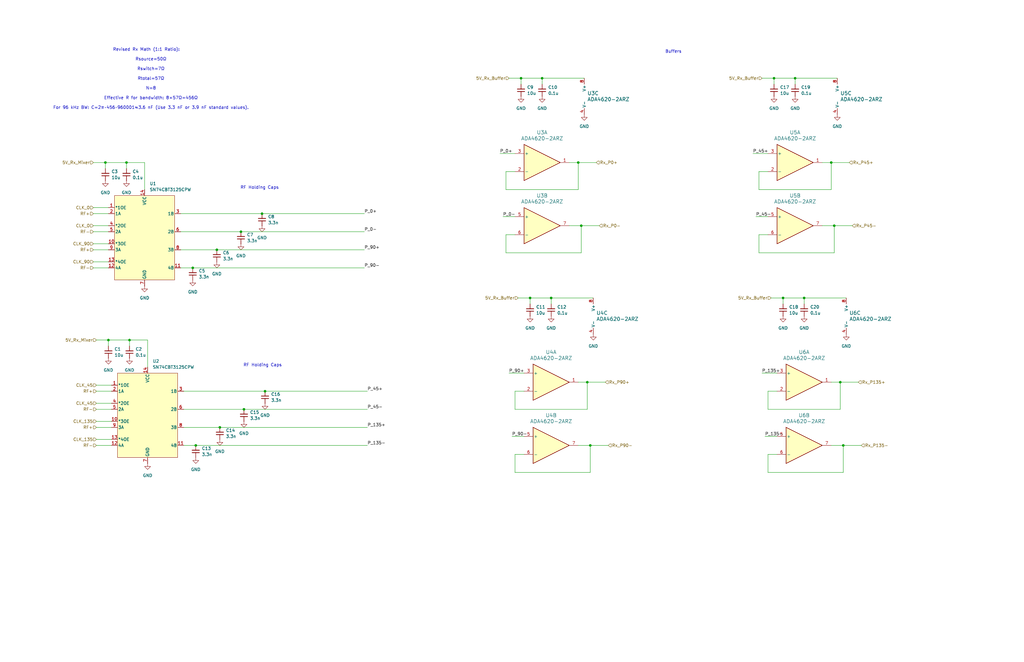
<source format=kicad_sch>
(kicad_sch (version 20250114) (generator "eeschema") (generator_version "9.0")
  (paper "B")
  (title_block (title "Rx Mixers") (date "2025-12-31") (rev "0.0") (company "Andy McCann KA3KAF and Doug McCann KA3KAG"))
  (lib_symbols
    (symbol "Device:C_Small" (pin_numbers (hide yes)) (pin_names (offset 0.254) (hide yes))
      (property "Reference" "C" (at 0.254 1.778 0))
      (property "Value" "C_Small" (at 0.254 -2.032 0))
      (symbol "C_Small_0_1"
        (polyline (pts (xy -1.524 0.508) (xy 1.524 0.508)) (stroke (width 0.3048)))
        (polyline (pts (xy -1.524 -0.508) (xy 1.524 -0.508)) (stroke (width 0.3302)))
      )
      (symbol "C_Small_1_1"
        (pin passive line (at 0 2.54 270) (length 2.032) (name "~") (number "1"))
        (pin passive line (at 0 -2.54 90) (length 2.032) (name "~") (number "2"))
      )
    )
    (symbol "nzif_radio_symbol_library:ADA4620-2ARZ" (pin_names (offset 0.254))
      (property "Reference" "U" (at 20.32 10.16 0))
      (property "Value" "ADA4620-2ARZ" (at 20.32 7.62 0))
      (symbol "ADA4620-2ARZ_1_1"
        (polyline (pts (xy -7.62 7.62) (xy -7.62 -7.62) (xy 7.62 0) (xy -7.62 7.62)) (stroke (width 0.254)) (fill (type background)))
        (pin input line (at -11.43 3.81 0) (length 3.81) (name "+") (number "3"))
        (pin input line (at -11.43 -3.81 0) (length 3.81) (name "-") (number "2"))
        (pin output line (at 11.43 0 180) (length 3.81) (name "~") (number "1"))
      )
      (symbol "ADA4620-2ARZ_2_1"
        (polyline (pts (xy -7.62 7.62) (xy -7.62 -7.62) (xy 7.62 0) (xy -7.62 7.62)) (stroke (width 0.254)) (fill (type background)))
        (pin input line (at -11.43 3.81 0) (length 3.81) (name "+") (number "5"))
        (pin input line (at -11.43 -3.81 0) (length 3.81) (name "-") (number "6"))
        (pin output line (at 11.43 0 180) (length 3.81) (name "~") (number "7"))
      )
      (symbol "ADA4620-2ARZ_3_1"
        (pin power_in line (at 0 7.62 270) (length 2.54) (name "V+") (number "8"))
        (pin power_in line (at 0 -7.62 90) (length 2.54) (name "V-") (number "4"))
      )
    )
    (symbol "nzif_radio_symbol_library:SN74CBT3125CPW" (pin_names (offset 0.254))
      (property "Reference" "U" (at 0 25.78 0))
      (property "Value" "SN74CBT3125CPW" (at 0 -22.86 0))
      (symbol "SN74CBT3125CPW_0_1"
        (rectangle (start -12.7 17.78) (end 12.7 -17.78) (fill (type background)))
        (pin input line (at -15.24 12.7 0) (length 2.54) (name "*1OE") (number "1"))
        (pin input line (at -15.24 5.08 0) (length 2.54) (name "*2OE") (number "4"))
        (pin input line (at -15.24 -2.54 0) (length 2.54) (name "*3OE") (number "10"))
        (pin input line (at -15.24 -10.16 0) (length 2.54) (name "*4OE") (number "13"))
        (pin power_in line (at 0 20.32 270) (length 2.54) (name "VCC") (number "14"))
        (pin power_in line (at 0 -20.32 90) (length 2.54) (name "GND") (number "7"))
      )
      (symbol "SN74CBT3125CPW_1_1"
        (pin bidirectional line (at -15.24 10.16 0) (length 2.54) (name "1A") (number "2"))
        (pin bidirectional line (at -15.24 2.54 0) (length 2.54) (name "2A") (number "5"))
        (pin bidirectional line (at -15.24 -5.08 0) (length 2.54) (name "3A") (number "9"))
        (pin bidirectional line (at -15.24 -12.7 0) (length 2.54) (name "4A") (number "12"))
        (pin bidirectional line (at 15.24 10.16 180) (length 2.54) (name "1B") (number "3"))
        (pin bidirectional line (at 15.24 2.54 180) (length 2.54) (name "2B") (number "6"))
        (pin bidirectional line (at 15.24 -5.08 180) (length 2.54) (name "3B") (number "8"))
        (pin bidirectional line (at 15.24 -12.7 180) (length 2.54) (name "4B") (number "11"))
      )
    )
    (symbol "power:GND" (power) (pin_numbers (hide yes)) (pin_names (offset 0) (hide yes))
      (property "Value" "GND" (at 0 -3.81 0))
      (symbol "GND_0_1"
        (polyline (pts (xy 0 0) (xy 0 -1.27) (xy 1.27 -1.27) (xy 0 -2.54) (xy -1.27 -1.27) (xy 0 -1.27)))
      )
      (symbol "GND_1_1"
        (pin power_in line (at 0 0 270) (length 0) (name "~") (number "1"))
      )
    )
  )
  (text "RF Holding Caps" (at 110.744 154.178 0) (effects (font (size 1.27 1.27))))
  (text "Buffers" (at 283.972 21.844 0) (effects (font (size 1.27 1.27))))
  (text "RF Holding Caps" (at 109.474 79.248 0) (effects (font (size 1.27 1.27))))
  (text "Revised Rx Math (1:1 Ratio):\n\n    Rsource​=50Ω\n\n    Rswitch​=7Ω\n\n    Rtotal​=57Ω\n\n    N=8\n\n    Effective R for bandwidth: 8×57Ω=456Ω\n\n    For 96 kHz BW: C=2π⋅456⋅960001​≈3.6 nF (Use 3.3 nF or 3.9 nF standard values)." (at 61.722 33.274 0) (effects (font (size 1.27 1.27))))
  (junction (at 44.45 68.58))
  (junction (at 101.6 97.79))
  (junction (at 82.55 187.96))
  (junction (at 243.84 68.58))
  (junction (at 355.6 187.96))
  (junction (at 92.71 180.34))
  (junction (at 326.39 33.02))
  (junction (at 219.71 33.02))
  (junction (at 102.87 172.72))
  (junction (at 54.61 143.51))
  (junction (at 350.52 68.58))
  (junction (at 354.33 161.29))
  (junction (at 330.2 125.73))
  (junction (at 248.92 187.96))
  (junction (at 111.76 165.1))
  (junction (at 247.65 161.29))
  (junction (at 91.44 105.41))
  (junction (at 351.79 95.25))
  (junction (at 232.41 125.73))
  (junction (at 339.09 125.73))
  (junction (at 223.52 125.73))
  (junction (at 53.34 68.58))
  (junction (at 81.28 113.03))
  (junction (at 228.6 33.02))
  (junction (at 335.28 33.02))
  (junction (at 245.11 95.25))
  (junction (at 45.72 143.51))
  (junction (at 110.49 90.17))
  (wire (pts (xy 323.85 99.06) (xy 320.04 99.06)))
  (wire (pts (xy 232.41 125.73) (xy 232.41 128.27)))
  (wire (pts (xy 214.63 33.02) (xy 219.71 33.02)))
  (wire (pts (xy 322.58 184.15) (xy 327.66 184.15)))
  (wire (pts (xy 245.11 95.25) (xy 245.11 106.68)))
  (wire (pts (xy 223.52 128.27) (xy 223.52 125.73)))
  (wire (pts (xy 327.66 165.1) (xy 323.85 165.1)))
  (wire (pts (xy 76.2 105.41) (xy 91.44 105.41)))
  (wire (pts (xy 111.76 165.1) (xy 154.94 165.1)))
  (wire (pts (xy 243.84 161.29) (xy 247.65 161.29)))
  (wire (pts (xy 218.44 125.73) (xy 223.52 125.73)))
  (wire (pts (xy 323.85 191.77) (xy 323.85 199.39)))
  (wire (pts (xy 354.33 161.29) (xy 361.95 161.29)))
  (wire (pts (xy 320.04 80.01) (xy 350.52 80.01)))
  (wire (pts (xy 53.34 68.58) (xy 60.96 68.58)))
  (wire (pts (xy 228.6 33.02) (xy 246.38 33.02)))
  (wire (pts (xy 219.71 35.56) (xy 219.71 33.02)))
  (wire (pts (xy 217.17 99.06) (xy 213.36 99.06)))
  (wire (pts (xy 77.47 172.72) (xy 102.87 172.72)))
  (wire (pts (xy 40.64 180.34) (xy 46.99 180.34)))
  (wire (pts (xy 54.61 143.51) (xy 54.61 146.05)))
  (wire (pts (xy 40.64 185.42) (xy 46.99 185.42)))
  (wire (pts (xy 355.6 187.96) (xy 363.22 187.96)))
  (wire (pts (xy 102.87 172.72) (xy 154.94 172.72)))
  (wire (pts (xy 213.36 99.06) (xy 213.36 106.68)))
  (wire (pts (xy 212.09 91.44) (xy 217.17 91.44)))
  (wire (pts (xy 339.09 125.73) (xy 356.87 125.73)))
  (wire (pts (xy 330.2 125.73) (xy 339.09 125.73)))
  (wire (pts (xy 110.49 90.17) (xy 153.67 90.17)))
  (wire (pts (xy 213.36 72.39) (xy 213.36 80.01)))
  (wire (pts (xy 77.47 187.96) (xy 82.55 187.96)))
  (wire (pts (xy 44.45 68.58) (xy 53.34 68.58)))
  (wire (pts (xy 321.31 33.02) (xy 326.39 33.02)))
  (wire (pts (xy 350.52 187.96) (xy 355.6 187.96)))
  (wire (pts (xy 243.84 68.58) (xy 251.46 68.58)))
  (wire (pts (xy 330.2 128.27) (xy 330.2 125.73)))
  (wire (pts (xy 228.6 33.02) (xy 228.6 35.56)))
  (wire (pts (xy 40.64 143.51) (xy 45.72 143.51)))
  (wire (pts (xy 39.37 68.58) (xy 44.45 68.58)))
  (wire (pts (xy 215.9 184.15) (xy 220.98 184.15)))
  (wire (pts (xy 40.64 170.18) (xy 46.99 170.18)))
  (wire (pts (xy 323.85 199.39) (xy 355.6 199.39)))
  (wire (pts (xy 223.52 125.73) (xy 232.41 125.73)))
  (wire (pts (xy 245.11 95.25) (xy 252.73 95.25)))
  (wire (pts (xy 326.39 33.02) (xy 335.28 33.02)))
  (wire (pts (xy 346.71 95.25) (xy 351.79 95.25)))
  (wire (pts (xy 76.2 90.17) (xy 110.49 90.17)))
  (wire (pts (xy 219.71 33.02) (xy 228.6 33.02)))
  (wire (pts (xy 40.64 187.96) (xy 46.99 187.96)))
  (wire (pts (xy 320.04 99.06) (xy 320.04 106.68)))
  (wire (pts (xy 77.47 165.1) (xy 111.76 165.1)))
  (wire (pts (xy 248.92 187.96) (xy 256.54 187.96)))
  (wire (pts (xy 40.64 172.72) (xy 46.99 172.72)))
  (wire (pts (xy 350.52 80.01) (xy 350.52 68.58)))
  (wire (pts (xy 40.64 165.1) (xy 46.99 165.1)))
  (wire (pts (xy 240.03 95.25) (xy 245.11 95.25)))
  (wire (pts (xy 39.37 90.17) (xy 45.72 90.17)))
  (wire (pts (xy 40.64 177.8) (xy 46.99 177.8)))
  (wire (pts (xy 39.37 97.79) (xy 45.72 97.79)))
  (wire (pts (xy 91.44 105.41) (xy 153.67 105.41)))
  (wire (pts (xy 60.96 68.58) (xy 60.96 80.01)))
  (wire (pts (xy 323.85 72.39) (xy 320.04 72.39)))
  (wire (pts (xy 39.37 105.41) (xy 45.72 105.41)))
  (wire (pts (xy 318.77 91.44) (xy 323.85 91.44)))
  (wire (pts (xy 54.61 143.51) (xy 62.23 143.51)))
  (wire (pts (xy 220.98 165.1) (xy 217.17 165.1)))
  (wire (pts (xy 81.28 113.03) (xy 153.67 113.03)))
  (wire (pts (xy 321.31 157.48) (xy 327.66 157.48)))
  (wire (pts (xy 232.41 125.73) (xy 250.19 125.73)))
  (wire (pts (xy 77.47 180.34) (xy 92.71 180.34)))
  (wire (pts (xy 92.71 180.34) (xy 154.94 180.34)))
  (wire (pts (xy 247.65 172.72) (xy 247.65 161.29)))
  (wire (pts (xy 323.85 165.1) (xy 323.85 172.72)))
  (wire (pts (xy 320.04 106.68) (xy 351.79 106.68)))
  (wire (pts (xy 76.2 97.79) (xy 101.6 97.79)))
  (wire (pts (xy 240.03 68.58) (xy 243.84 68.58)))
  (wire (pts (xy 82.55 187.96) (xy 154.94 187.96)))
  (wire (pts (xy 326.39 35.56) (xy 326.39 33.02)))
  (wire (pts (xy 354.33 172.72) (xy 354.33 161.29)))
  (wire (pts (xy 45.72 146.05) (xy 45.72 143.51)))
  (wire (pts (xy 40.64 162.56) (xy 46.99 162.56)))
  (wire (pts (xy 325.12 125.73) (xy 330.2 125.73)))
  (wire (pts (xy 346.71 68.58) (xy 350.52 68.58)))
  (wire (pts (xy 217.17 72.39) (xy 213.36 72.39)))
  (wire (pts (xy 247.65 161.29) (xy 255.27 161.29)))
  (wire (pts (xy 210.82 64.77) (xy 217.17 64.77)))
  (wire (pts (xy 217.17 165.1) (xy 217.17 172.72)))
  (wire (pts (xy 323.85 172.72) (xy 354.33 172.72)))
  (wire (pts (xy 213.36 80.01) (xy 243.84 80.01)))
  (wire (pts (xy 214.63 157.48) (xy 220.98 157.48)))
  (wire (pts (xy 350.52 68.58) (xy 358.14 68.58)))
  (wire (pts (xy 335.28 33.02) (xy 335.28 35.56)))
  (wire (pts (xy 39.37 113.03) (xy 45.72 113.03)))
  (wire (pts (xy 39.37 95.25) (xy 45.72 95.25)))
  (wire (pts (xy 217.17 199.39) (xy 248.92 199.39)))
  (wire (pts (xy 355.6 187.96) (xy 355.6 199.39)))
  (wire (pts (xy 243.84 187.96) (xy 248.92 187.96)))
  (wire (pts (xy 53.34 68.58) (xy 53.34 71.12)))
  (wire (pts (xy 101.6 97.79) (xy 153.67 97.79)))
  (wire (pts (xy 213.36 106.68) (xy 245.11 106.68)))
  (wire (pts (xy 243.84 80.01) (xy 243.84 68.58)))
  (wire (pts (xy 248.92 187.96) (xy 248.92 199.39)))
  (wire (pts (xy 45.72 143.51) (xy 54.61 143.51)))
  (wire (pts (xy 350.52 161.29) (xy 354.33 161.29)))
  (wire (pts (xy 339.09 125.73) (xy 339.09 128.27)))
  (wire (pts (xy 335.28 33.02) (xy 353.06 33.02)))
  (wire (pts (xy 217.17 172.72) (xy 247.65 172.72)))
  (wire (pts (xy 320.04 72.39) (xy 320.04 80.01)))
  (wire (pts (xy 220.98 191.77) (xy 217.17 191.77)))
  (wire (pts (xy 39.37 87.63) (xy 45.72 87.63)))
  (wire (pts (xy 327.66 191.77) (xy 323.85 191.77)))
  (wire (pts (xy 44.45 71.12) (xy 44.45 68.58)))
  (wire (pts (xy 217.17 191.77) (xy 217.17 199.39)))
  (wire (pts (xy 62.23 143.51) (xy 62.23 154.94)))
  (wire (pts (xy 39.37 102.87) (xy 45.72 102.87)))
  (wire (pts (xy 351.79 95.25) (xy 351.79 106.68)))
  (wire (pts (xy 317.5 64.77) (xy 323.85 64.77)))
  (wire (pts (xy 351.79 95.25) (xy 359.41 95.25)))
  (wire (pts (xy 39.37 110.49) (xy 45.72 110.49)))
  (wire (pts (xy 76.2 113.03) (xy 81.28 113.03)))
  (label "P_0+" (at 210.82 64.77 0))
  (label "P_90-" (at 215.9 184.15 0))
  (label "P_135-" (at 322.58 184.15 0))
  (label "P_0-" (at 153.67 97.79 0))
  (label "P_45-" (at 318.77 91.44 0))
  (label "P_90+" (at 214.63 157.48 0))
  (label "P_0-" (at 212.09 91.44 0))
  (label "P_135+" (at 154.94 180.34 0))
  (label "P_135+" (at 321.31 157.48 0))
  (label "P_45-" (at 154.94 172.72 0))
  (label "P_90+" (at 153.67 105.41 0))
  (label "P_0+" (at 153.67 90.17 0))
  (label "P_45+" (at 317.5 64.77 0))
  (label "P_135-" (at 154.94 187.96 0))
  (label "P_45+" (at 154.94 165.1 0))
  (label "P_90-" (at 153.67 113.03 0))
  (hierarchical_label "CLK_0" (shape input) (at 39.37 95.25 180))
  (hierarchical_label "Rx_P90-" (shape input) (at 256.54 187.96 0))
  (hierarchical_label "RF-" (shape input) (at 40.64 187.96 180))
  (hierarchical_label "CLK_90" (shape input) (at 39.37 102.87 180))
  (hierarchical_label "RF+" (shape input) (at 39.37 90.17 180))
  (hierarchical_label "Rx_P90+" (shape input) (at 255.27 161.29 0))
  (hierarchical_label "RF-" (shape input) (at 39.37 113.03 180))
  (hierarchical_label "CLK_90" (shape input) (at 39.37 110.49 180))
  (hierarchical_label "RF+" (shape input) (at 40.64 165.1 180))
  (hierarchical_label "RF-" (shape input) (at 40.64 172.72 180))
  (hierarchical_label "5V_Rx_Mixer" (shape input) (at 39.37 68.58 180))
  (hierarchical_label "CLK_45" (shape input) (at 40.64 162.56 180))
  (hierarchical_label "5V_Rx_Buffer" (shape input) (at 218.44 125.73 180))
  (hierarchical_label "CLK_0" (shape input) (at 39.37 87.63 180))
  (hierarchical_label "Rx_P0-" (shape input) (at 252.73 95.25 0))
  (hierarchical_label "Rx_P45-" (shape input) (at 359.41 95.25 0))
  (hierarchical_label "5V_Rx_Mixer" (shape input) (at 40.64 143.51 180))
  (hierarchical_label "RF+" (shape input) (at 40.64 180.34 180))
  (hierarchical_label "Rx_P0+" (shape input) (at 251.46 68.58 0))
  (hierarchical_label "Rx_P45+" (shape input) (at 358.14 68.58 0))
  (hierarchical_label "5V_Rx_Buffer" (shape input) (at 325.12 125.73 180))
  (hierarchical_label "RF-" (shape input) (at 39.37 97.79 180))
  (hierarchical_label "RF+" (shape input) (at 39.37 105.41 180))
  (hierarchical_label "5V_Rx_Buffer" (shape input) (at 214.63 33.02 180))
  (hierarchical_label "Rx_P135-" (shape input) (at 363.22 187.96 0))
  (hierarchical_label "CLK_135" (shape input) (at 40.64 185.42 180))
  (hierarchical_label "CLK_135" (shape input) (at 40.64 177.8 180))
  (hierarchical_label "CLK_45" (shape input) (at 40.64 170.18 180))
  (hierarchical_label "5V_Rx_Buffer" (shape input) (at 321.31 33.02 180))
  (hierarchical_label "Rx_P135+" (shape input) (at 361.95 161.29 0))
  (symbol (lib_id "Device:C_Small") (at 330.2 130.81 180) (unit 1)
    (property "Reference" "C18" (at 332.74 129.5335 0) (effects (justify right)))
    (property "Value" "10u" (at 332.74 132.0735 0) (effects (justify right)))
    (property "Footprint" "Capacitor_SMD:C_0603_1608Metric_Pad1.08x0.95mm_HandSolder" (effects (hide yes)))
    (property "Description" "Unpolarized capacitor, small symbol" (effects (hide yes)))
  )
  (symbol (lib_id "power:GND") (at 356.87 140.97 0) (unit 1)
    (property "Reference" "#PWR026" (effects (hide yes)))
    (property "Value" "GND" (at 356.87 146.05 0))
    (property "Description" "Power symbol creates a global label with name \"GND\" , ground" (effects (hide yes)))
  )
  (symbol (lib_id "power:GND") (at 81.28 118.11 0) (unit 1)
    (property "Reference" "#PWR012" (effects (hide yes)))
    (property "Value" "GND" (at 81.28 123.19 0))
    (property "Description" "Power symbol creates a global label with name \"GND\" , ground" (effects (hide yes)))
  )
  (symbol (lib_id "nzif_radio_symbol_library:ADA4620-2ARZ") (at 228.6 95.25 0) (unit 2)
    (property "Reference" "U3" (at 228.6 82.55 0) (effects (font (size 1.524 1.524))))
    (property "Value" "ADA4620-2ARZ" (at 228.6 85.09 0) (effects (font (size 1.524 1.524))))
    (property "Footprint" "nzif_footprints:R-8_ADI" (effects (hide yes)))
    (property "Datasheet" "https://www.analog.com/media/en/technical-documentation/data-sheets/ada4620.pdf" (effects (hide yes)))
    (property "Description" "Dual, Precision, Low Noise, Rail-to-Rail I/O Op Amp, 14MHz GBW, SOIC-8" (effects (hide yes)))
  )
  (symbol (lib_id "power:GND") (at 339.09 133.35 0) (unit 1)
    (property "Reference" "#PWR024" (effects (hide yes)))
    (property "Value" "GND" (at 339.09 138.43 0))
    (property "Description" "Power symbol creates a global label with name \"GND\" , ground" (effects (hide yes)))
  )
  (symbol (lib_id "nzif_radio_symbol_library:ADA4620-2ARZ") (at 232.41 161.29 0) (unit 1)
    (property "Reference" "U4" (at 232.41 148.59 0) (effects (font (size 1.524 1.524))))
    (property "Value" "ADA4620-2ARZ" (at 232.41 151.13 0) (effects (font (size 1.524 1.524))))
    (property "Footprint" "nzif_footprints:R-8_ADI" (effects (hide yes)))
    (property "Datasheet" "https://www.analog.com/media/en/technical-documentation/data-sheets/ada4620.pdf" (effects (hide yes)))
    (property "Description" "Dual, Precision, Low Noise, Rail-to-Rail I/O Op Amp, 14MHz GBW, SOIC-8" (effects (hide yes)))
  )
  (symbol (lib_id "nzif_radio_symbol_library:ADA4620-2ARZ") (at 250.19 133.35 0) (unit 3)
    (property "Reference" "U4" (at 251.46 132.0799 0) (effects (font (size 1.524 1.524)) (justify left)))
    (property "Value" "ADA4620-2ARZ" (at 251.46 134.6199 0) (effects (font (size 1.524 1.524)) (justify left)))
    (property "Footprint" "nzif_footprints:R-8_ADI" (effects (hide yes)))
    (property "Datasheet" "https://www.analog.com/media/en/technical-documentation/data-sheets/ada4620.pdf" (effects (hide yes)))
    (property "Description" "Dual, Precision, Low Noise, Rail-to-Rail I/O Op Amp, 14MHz GBW, SOIC-8" (effects (hide yes)))
  )
  (symbol (lib_id "power:GND") (at 335.28 40.64 0) (unit 1)
    (property "Reference" "#PWR023" (effects (hide yes)))
    (property "Value" "GND" (at 335.28 45.72 0))
    (property "Description" "Power symbol creates a global label with name \"GND\" , ground" (effects (hide yes)))
  )
  (symbol (lib_id "power:GND") (at 53.34 76.2 0) (unit 1)
    (property "Reference" "#PWR010" (effects (hide yes)))
    (property "Value" "GND" (at 53.34 81.28 0))
    (property "Description" "Power symbol creates a global label with name \"GND\" , ground" (effects (hide yes)))
  )
  (symbol (lib_id "power:GND") (at 54.61 151.13 0) (unit 1)
    (property "Reference" "#PWR02" (effects (hide yes)))
    (property "Value" "GND" (at 54.61 156.21 0))
    (property "Description" "Power symbol creates a global label with name \"GND\" , ground" (effects (hide yes)))
  )
  (symbol (lib_id "nzif_radio_symbol_library:ADA4620-2ARZ") (at 356.87 133.35 0) (unit 3)
    (property "Reference" "U6" (at 358.14 132.0799 0) (effects (font (size 1.524 1.524)) (justify left)))
    (property "Value" "ADA4620-2ARZ" (at 358.14 134.6199 0) (effects (font (size 1.524 1.524)) (justify left)))
    (property "Footprint" "nzif_footprints:R-8_ADI" (effects (hide yes)))
    (property "Datasheet" "https://www.analog.com/media/en/technical-documentation/data-sheets/ada4620.pdf" (effects (hide yes)))
    (property "Description" "Dual, Precision, Low Noise, Rail-to-Rail I/O Op Amp, 14MHz GBW, SOIC-8" (effects (hide yes)))
  )
  (symbol (lib_id "Device:C_Small") (at 92.71 182.88 180) (unit 1)
    (property "Reference" "C14" (at 95.25 181.6035 0) (effects (justify right)))
    (property "Value" "3.3n" (at 95.25 184.1435 0) (effects (justify right)))
    (property "Footprint" "Capacitor_SMD:C_0603_1608Metric_Pad1.08x0.95mm_HandSolder" (effects (hide yes)))
    (property "Description" "Unpolarized capacitor, small symbol" (effects (hide yes)))
  )
  (symbol (lib_id "Device:C_Small") (at 110.49 92.71 180) (unit 1)
    (property "Reference" "C8" (at 113.03 91.4335 0) (effects (justify right)))
    (property "Value" "3.3n" (at 113.03 93.9735 0) (effects (justify right)))
    (property "Footprint" "Capacitor_SMD:C_0603_1608Metric_Pad1.08x0.95mm_HandSolder" (effects (hide yes)))
    (property "Description" "Unpolarized capacitor, small symbol" (effects (hide yes)))
  )
  (symbol (lib_id "power:GND") (at 219.71 40.64 0) (unit 1)
    (property "Reference" "#PWR017" (effects (hide yes)))
    (property "Value" "GND" (at 219.71 45.72 0))
    (property "Description" "Power symbol creates a global label with name \"GND\" , ground" (effects (hide yes)))
  )
  (symbol (lib_id "Device:C_Small") (at 44.45 73.66 180) (unit 1)
    (property "Reference" "C3" (at 46.99 72.3835 0) (effects (justify right)))
    (property "Value" "10u" (at 46.99 74.9235 0) (effects (justify right)))
    (property "Footprint" "Capacitor_SMD:C_0603_1608Metric_Pad1.08x0.95mm_HandSolder" (effects (hide yes)))
    (property "Description" "Unpolarized capacitor, small symbol" (effects (hide yes)))
  )
  (symbol (lib_id "nzif_radio_symbol_library:ADA4620-2ARZ") (at 335.28 95.25 0) (unit 2)
    (property "Reference" "U5" (at 335.28 82.55 0) (effects (font (size 1.524 1.524))))
    (property "Value" "ADA4620-2ARZ" (at 335.28 85.09 0) (effects (font (size 1.524 1.524))))
    (property "Footprint" "nzif_footprints:R-8_ADI" (effects (hide yes)))
    (property "Datasheet" "https://www.analog.com/media/en/technical-documentation/data-sheets/ada4620.pdf" (effects (hide yes)))
    (property "Description" "Dual, Precision, Low Noise, Rail-to-Rail I/O Op Amp, 14MHz GBW, SOIC-8" (effects (hide yes)))
  )
  (symbol (lib_id "nzif_radio_symbol_library:ADA4620-2ARZ") (at 232.41 187.96 0) (unit 2)
    (property "Reference" "U4" (at 232.41 175.26 0) (effects (font (size 1.524 1.524))))
    (property "Value" "ADA4620-2ARZ" (at 232.41 177.8 0) (effects (font (size 1.524 1.524))))
    (property "Footprint" "nzif_footprints:R-8_ADI" (effects (hide yes)))
    (property "Datasheet" "https://www.analog.com/media/en/technical-documentation/data-sheets/ada4620.pdf" (effects (hide yes)))
    (property "Description" "Dual, Precision, Low Noise, Rail-to-Rail I/O Op Amp, 14MHz GBW, SOIC-8" (effects (hide yes)))
  )
  (symbol (lib_id "Device:C_Small") (at 339.09 130.81 180) (unit 1)
    (property "Reference" "C20" (at 341.63 129.5335 0) (effects (justify right)))
    (property "Value" "0.1u" (at 341.63 132.0735 0) (effects (justify right)))
    (property "Footprint" "Capacitor_SMD:C_0603_1608Metric_Pad1.08x0.95mm_HandSolder" (effects (hide yes)))
    (property "Description" "Unpolarized capacitor, small symbol" (effects (hide yes)))
  )
  (symbol (lib_id "Device:C_Small") (at 45.72 148.59 180) (unit 1)
    (property "Reference" "C1" (at 48.26 147.3135 0) (effects (justify right)))
    (property "Value" "10u" (at 48.26 149.8535 0) (effects (justify right)))
    (property "Footprint" "Capacitor_SMD:C_0603_1608Metric_Pad1.08x0.95mm_HandSolder" (effects (hide yes)))
    (property "Description" "Unpolarized capacitor, small symbol" (effects (hide yes)))
  )
  (symbol (lib_id "power:GND") (at 102.87 177.8 0) (unit 1)
    (property "Reference" "#PWR06" (effects (hide yes)))
    (property "Value" "GND" (at 102.87 182.88 0))
    (property "Description" "Power symbol creates a global label with name \"GND\" , ground" (effects (hide yes)))
  )
  (symbol (lib_id "power:GND") (at 246.38 48.26 0) (unit 1)
    (property "Reference" "#PWR08" (effects (hide yes)))
    (property "Value" "GND" (at 246.38 53.34 0))
    (property "Description" "Power symbol creates a global label with name \"GND\" , ground" (effects (hide yes)))
  )
  (symbol (lib_id "power:GND") (at 353.06 48.26 0) (unit 1)
    (property "Reference" "#PWR025" (effects (hide yes)))
    (property "Value" "GND" (at 353.06 53.34 0))
    (property "Description" "Power symbol creates a global label with name \"GND\" , ground" (effects (hide yes)))
  )
  (symbol (lib_id "power:GND") (at 92.71 185.42 0) (unit 1)
    (property "Reference" "#PWR05" (effects (hide yes)))
    (property "Value" "GND" (at 92.71 190.5 0))
    (property "Description" "Power symbol creates a global label with name \"GND\" , ground" (effects (hide yes)))
  )
  (symbol (lib_id "power:GND") (at 330.2 133.35 0) (unit 1)
    (property "Reference" "#PWR022" (effects (hide yes)))
    (property "Value" "GND" (at 330.2 138.43 0))
    (property "Description" "Power symbol creates a global label with name \"GND\" , ground" (effects (hide yes)))
  )
  (symbol (lib_id "nzif_radio_symbol_library:ADA4620-2ARZ") (at 335.28 68.58 0) (unit 1)
    (property "Reference" "U5" (at 335.28 55.88 0) (effects (font (size 1.524 1.524))))
    (property "Value" "ADA4620-2ARZ" (at 335.28 58.42 0) (effects (font (size 1.524 1.524))))
    (property "Footprint" "nzif_footprints:R-8_ADI" (effects (hide yes)))
    (property "Datasheet" "https://www.analog.com/media/en/technical-documentation/data-sheets/ada4620.pdf" (effects (hide yes)))
    (property "Description" "Dual, Precision, Low Noise, Rail-to-Rail I/O Op Amp, 14MHz GBW, SOIC-8" (effects (hide yes)))
  )
  (symbol (lib_id "power:GND") (at 111.76 170.18 0) (unit 1)
    (property "Reference" "#PWR07" (effects (hide yes)))
    (property "Value" "GND" (at 111.76 175.26 0))
    (property "Description" "Power symbol creates a global label with name \"GND\" , ground" (effects (hide yes)))
  )
  (symbol (lib_id "Device:C_Small") (at 54.61 148.59 180) (unit 1)
    (property "Reference" "C2" (at 57.15 147.3135 0) (effects (justify right)))
    (property "Value" "0.1u" (at 57.15 149.8535 0) (effects (justify right)))
    (property "Footprint" "Capacitor_SMD:C_0603_1608Metric_Pad1.08x0.95mm_HandSolder" (effects (hide yes)))
    (property "Description" "Unpolarized capacitor, small symbol" (effects (hide yes)))
  )
  (symbol (lib_id "nzif_radio_symbol_library:ADA4620-2ARZ") (at 246.38 40.64 0) (unit 3)
    (property "Reference" "U3" (at 247.65 39.3699 0) (effects (font (size 1.524 1.524)) (justify left)))
    (property "Value" "ADA4620-2ARZ" (at 247.65 41.9099 0) (effects (font (size 1.524 1.524)) (justify left)))
    (property "Footprint" "nzif_footprints:R-8_ADI" (effects (hide yes)))
    (property "Datasheet" "https://www.analog.com/media/en/technical-documentation/data-sheets/ada4620.pdf" (effects (hide yes)))
    (property "Description" "Dual, Precision, Low Noise, Rail-to-Rail I/O Op Amp, 14MHz GBW, SOIC-8" (effects (hide yes)))
  )
  (symbol (lib_id "power:GND") (at 45.72 151.13 0) (unit 1)
    (property "Reference" "#PWR01" (effects (hide yes)))
    (property "Value" "GND" (at 45.72 156.21 0))
    (property "Description" "Power symbol creates a global label with name \"GND\" , ground" (effects (hide yes)))
  )
  (symbol (lib_id "Device:C_Small") (at 102.87 175.26 180) (unit 1)
    (property "Reference" "C15" (at 105.41 173.9835 0) (effects (justify right)))
    (property "Value" "3.3n" (at 105.41 176.5235 0) (effects (justify right)))
    (property "Footprint" "Capacitor_SMD:C_0603_1608Metric_Pad1.08x0.95mm_HandSolder" (effects (hide yes)))
    (property "Description" "Unpolarized capacitor, small symbol" (effects (hide yes)))
  )
  (symbol (lib_id "power:GND") (at 228.6 40.64 0) (unit 1)
    (property "Reference" "#PWR018" (effects (hide yes)))
    (property "Value" "GND" (at 228.6 45.72 0))
    (property "Description" "Power symbol creates a global label with name \"GND\" , ground" (effects (hide yes)))
  )
  (symbol (lib_id "power:GND") (at 110.49 95.25 0) (unit 1)
    (property "Reference" "#PWR015" (effects (hide yes)))
    (property "Value" "GND" (at 110.49 100.33 0))
    (property "Description" "Power symbol creates a global label with name \"GND\" , ground" (effects (hide yes)))
  )
  (symbol (lib_id "power:GND") (at 223.52 133.35 0) (unit 1)
    (property "Reference" "#PWR016" (effects (hide yes)))
    (property "Value" "GND" (at 223.52 138.43 0))
    (property "Description" "Power symbol creates a global label with name \"GND\" , ground" (effects (hide yes)))
  )
  (symbol (lib_id "Device:C_Small") (at 219.71 38.1 180) (unit 1)
    (property "Reference" "C9" (at 222.25 36.8235 0) (effects (justify right)))
    (property "Value" "10u" (at 222.25 39.3635 0) (effects (justify right)))
    (property "Footprint" "Capacitor_SMD:C_0603_1608Metric_Pad1.08x0.95mm_HandSolder" (effects (hide yes)))
    (property "Description" "Unpolarized capacitor, small symbol" (effects (hide yes)))
  )
  (symbol (lib_id "Device:C_Small") (at 223.52 130.81 180) (unit 1)
    (property "Reference" "C11" (at 226.06 129.5335 0) (effects (justify right)))
    (property "Value" "10u" (at 226.06 132.0735 0) (effects (justify right)))
    (property "Footprint" "Capacitor_SMD:C_0603_1608Metric_Pad1.08x0.95mm_HandSolder" (effects (hide yes)))
    (property "Description" "Unpolarized capacitor, small symbol" (effects (hide yes)))
  )
  (symbol (lib_id "Device:C_Small") (at 232.41 130.81 180) (unit 1)
    (property "Reference" "C12" (at 234.95 129.5335 0) (effects (justify right)))
    (property "Value" "0.1u" (at 234.95 132.0735 0) (effects (justify right)))
    (property "Footprint" "Capacitor_SMD:C_0603_1608Metric_Pad1.08x0.95mm_HandSolder" (effects (hide yes)))
    (property "Description" "Unpolarized capacitor, small symbol" (effects (hide yes)))
  )
  (symbol (lib_id "power:GND") (at 60.96 120.65 0) (unit 1)
    (property "Reference" "#PWR011" (effects (hide yes)))
    (property "Value" "GND" (at 60.96 125.73 0))
    (property "Description" "Power symbol creates a global label with name \"GND\" , ground" (effects (hide yes)))
  )
  (symbol (lib_id "power:GND") (at 91.44 110.49 0) (unit 1)
    (property "Reference" "#PWR013" (effects (hide yes)))
    (property "Value" "GND" (at 91.44 115.57 0))
    (property "Description" "Power symbol creates a global label with name \"GND\" , ground" (effects (hide yes)))
  )
  (symbol (lib_id "power:GND") (at 250.19 140.97 0) (unit 1)
    (property "Reference" "#PWR020" (effects (hide yes)))
    (property "Value" "GND" (at 250.19 146.05 0))
    (property "Description" "Power symbol creates a global label with name \"GND\" , ground" (effects (hide yes)))
  )
  (symbol (lib_id "Device:C_Small") (at 91.44 107.95 180) (unit 1)
    (property "Reference" "C6" (at 93.98 106.6735 0) (effects (justify right)))
    (property "Value" "3.3n" (at 93.98 109.2135 0) (effects (justify right)))
    (property "Footprint" "Capacitor_SMD:C_0603_1608Metric_Pad1.08x0.95mm_HandSolder" (effects (hide yes)))
    (property "Description" "Unpolarized capacitor, small symbol" (effects (hide yes)))
  )
  (symbol (lib_id "Device:C_Small") (at 101.6 100.33 180) (unit 1)
    (property "Reference" "C7" (at 104.14 99.0535 0) (effects (justify right)))
    (property "Value" "3.3n" (at 104.14 101.5935 0) (effects (justify right)))
    (property "Footprint" "Capacitor_SMD:C_0603_1608Metric_Pad1.08x0.95mm_HandSolder" (effects (hide yes)))
    (property "Description" "Unpolarized capacitor, small symbol" (effects (hide yes)))
  )
  (symbol (lib_id "Device:C_Small") (at 82.55 190.5 180) (unit 1)
    (property "Reference" "C13" (at 85.09 189.2235 0) (effects (justify right)))
    (property "Value" "3.3n" (at 85.09 191.7635 0) (effects (justify right)))
    (property "Footprint" "Capacitor_SMD:C_0603_1608Metric_Pad1.08x0.95mm_HandSolder" (effects (hide yes)))
    (property "Description" "Unpolarized capacitor, small symbol" (effects (hide yes)))
  )
  (symbol (lib_id "nzif_radio_symbol_library:ADA4620-2ARZ") (at 339.09 161.29 0) (unit 1)
    (property "Reference" "U6" (at 339.09 148.59 0) (effects (font (size 1.524 1.524))))
    (property "Value" "ADA4620-2ARZ" (at 339.09 151.13 0) (effects (font (size 1.524 1.524))))
    (property "Footprint" "nzif_footprints:R-8_ADI" (effects (hide yes)))
    (property "Datasheet" "https://www.analog.com/media/en/technical-documentation/data-sheets/ada4620.pdf" (effects (hide yes)))
    (property "Description" "Dual, Precision, Low Noise, Rail-to-Rail I/O Op Amp, 14MHz GBW, SOIC-8" (effects (hide yes)))
  )
  (symbol (lib_id "Device:C_Small") (at 335.28 38.1 180) (unit 1)
    (property "Reference" "C19" (at 337.82 36.8235 0) (effects (justify right)))
    (property "Value" "0.1u" (at 337.82 39.3635 0) (effects (justify right)))
    (property "Footprint" "Capacitor_SMD:C_0603_1608Metric_Pad1.08x0.95mm_HandSolder" (effects (hide yes)))
    (property "Description" "Unpolarized capacitor, small symbol" (effects (hide yes)))
  )
  (symbol (lib_id "Device:C_Small") (at 81.28 115.57 180) (unit 1)
    (property "Reference" "C5" (at 83.82 114.2935 0) (effects (justify right)))
    (property "Value" "3.3n" (at 83.82 116.8335 0) (effects (justify right)))
    (property "Footprint" "Capacitor_SMD:C_0603_1608Metric_Pad1.08x0.95mm_HandSolder" (effects (hide yes)))
    (property "Description" "Unpolarized capacitor, small symbol" (effects (hide yes)))
  )
  (symbol (lib_id "power:GND") (at 62.23 195.58 0) (unit 1)
    (property "Reference" "#PWR03" (effects (hide yes)))
    (property "Value" "GND" (at 62.23 200.66 0))
    (property "Description" "Power symbol creates a global label with name \"GND\" , ground" (effects (hide yes)))
  )
  (symbol (lib_id "nzif_radio_symbol_library:ADA4620-2ARZ") (at 339.09 187.96 0) (unit 2)
    (property "Reference" "U6" (at 339.09 175.26 0) (effects (font (size 1.524 1.524))))
    (property "Value" "ADA4620-2ARZ" (at 339.09 177.8 0) (effects (font (size 1.524 1.524))))
    (property "Footprint" "nzif_footprints:R-8_ADI" (effects (hide yes)))
    (property "Datasheet" "https://www.analog.com/media/en/technical-documentation/data-sheets/ada4620.pdf" (effects (hide yes)))
    (property "Description" "Dual, Precision, Low Noise, Rail-to-Rail I/O Op Amp, 14MHz GBW, SOIC-8" (effects (hide yes)))
  )
  (symbol (lib_id "Device:C_Small") (at 326.39 38.1 180) (unit 1)
    (property "Reference" "C17" (at 328.93 36.8235 0) (effects (justify right)))
    (property "Value" "10u" (at 328.93 39.3635 0) (effects (justify right)))
    (property "Footprint" "Capacitor_SMD:C_0603_1608Metric_Pad1.08x0.95mm_HandSolder" (effects (hide yes)))
    (property "Description" "Unpolarized capacitor, small symbol" (effects (hide yes)))
  )
  (symbol (lib_id "power:GND") (at 82.55 193.04 0) (unit 1)
    (property "Reference" "#PWR04" (effects (hide yes)))
    (property "Value" "GND" (at 82.55 198.12 0))
    (property "Description" "Power symbol creates a global label with name \"GND\" , ground" (effects (hide yes)))
  )
  (symbol (lib_id "power:GND") (at 44.45 76.2 0) (unit 1)
    (property "Reference" "#PWR09" (effects (hide yes)))
    (property "Value" "GND" (at 44.45 81.28 0))
    (property "Description" "Power symbol creates a global label with name \"GND\" , ground" (effects (hide yes)))
  )
  (symbol (lib_id "nzif_radio_symbol_library:SN74CBT3125CPW") (at 62.23 175.26 0) (unit 1)
    (property "Reference" "U2" (at 64.3733 152.4 0) (effects (justify left)))
    (property "Value" "SN74CBT3125CPW" (at 64.3733 154.94 0) (effects (justify left)))
    (property "Footprint" "nzif_footprints:PW14" (effects (hide yes)))
    (property "Datasheet" "https://www.ti.com/lit/gpn/sn74cbt3125c" (effects (hide yes)))
    (property "Description" "Quad FET Bus Switch with Enable" (effects (hide yes)))
  )
  (symbol (lib_id "Device:C_Small") (at 53.34 73.66 180) (unit 1)
    (property "Reference" "C4" (at 55.88 72.3835 0) (effects (justify right)))
    (property "Value" "0.1u" (at 55.88 74.9235 0) (effects (justify right)))
    (property "Footprint" "Capacitor_SMD:C_0603_1608Metric_Pad1.08x0.95mm_HandSolder" (effects (hide yes)))
    (property "Description" "Unpolarized capacitor, small symbol" (effects (hide yes)))
  )
  (symbol (lib_id "power:GND") (at 101.6 102.87 0) (unit 1)
    (property "Reference" "#PWR014" (effects (hide yes)))
    (property "Value" "GND" (at 101.6 107.95 0))
    (property "Description" "Power symbol creates a global label with name \"GND\" , ground" (effects (hide yes)))
  )
  (symbol (lib_id "power:GND") (at 232.41 133.35 0) (unit 1)
    (property "Reference" "#PWR019" (effects (hide yes)))
    (property "Value" "GND" (at 232.41 138.43 0))
    (property "Description" "Power symbol creates a global label with name \"GND\" , ground" (effects (hide yes)))
  )
  (symbol (lib_id "Device:C_Small") (at 111.76 167.64 180) (unit 1)
    (property "Reference" "C16" (at 114.3 166.3635 0) (effects (justify right)))
    (property "Value" "3.3n" (at 114.3 168.9035 0) (effects (justify right)))
    (property "Footprint" "Capacitor_SMD:C_0603_1608Metric_Pad1.08x0.95mm_HandSolder" (effects (hide yes)))
    (property "Description" "Unpolarized capacitor, small symbol" (effects (hide yes)))
  )
  (symbol (lib_id "power:GND") (at 326.39 40.64 0) (unit 1)
    (property "Reference" "#PWR021" (effects (hide yes)))
    (property "Value" "GND" (at 326.39 45.72 0))
    (property "Description" "Power symbol creates a global label with name \"GND\" , ground" (effects (hide yes)))
  )
  (symbol (lib_id "nzif_radio_symbol_library:ADA4620-2ARZ") (at 353.06 40.64 0) (unit 3)
    (property "Reference" "U5" (at 354.33 39.3699 0) (effects (font (size 1.524 1.524)) (justify left)))
    (property "Value" "ADA4620-2ARZ" (at 354.33 41.9099 0) (effects (font (size 1.524 1.524)) (justify left)))
    (property "Footprint" "nzif_footprints:R-8_ADI" (effects (hide yes)))
    (property "Datasheet" "https://www.analog.com/media/en/technical-documentation/data-sheets/ada4620.pdf" (effects (hide yes)))
    (property "Description" "Dual, Precision, Low Noise, Rail-to-Rail I/O Op Amp, 14MHz GBW, SOIC-8" (effects (hide yes)))
  )
  (symbol (lib_id "nzif_radio_symbol_library:ADA4620-2ARZ") (at 228.6 68.58 0) (unit 1)
    (property "Reference" "U3" (at 228.6 55.88 0) (effects (font (size 1.524 1.524))))
    (property "Value" "ADA4620-2ARZ" (at 228.6 58.42 0) (effects (font (size 1.524 1.524))))
    (property "Footprint" "nzif_footprints:R-8_ADI" (effects (hide yes)))
    (property "Datasheet" "https://www.analog.com/media/en/technical-documentation/data-sheets/ada4620.pdf" (effects (hide yes)))
    (property "Description" "Dual, Precision, Low Noise, Rail-to-Rail I/O Op Amp, 14MHz GBW, SOIC-8" (effects (hide yes)))
  )
  (symbol (lib_id "nzif_radio_symbol_library:SN74CBT3125CPW") (at 60.96 100.33 0) (unit 1)
    (property "Reference" "U1" (at 63.1033 77.47 0) (effects (justify left)))
    (property "Value" "SN74CBT3125CPW" (at 63.1033 80.01 0) (effects (justify left)))
    (property "Footprint" "nzif_footprints:PW14" (effects (hide yes)))
    (property "Datasheet" "https://www.ti.com/lit/gpn/sn74cbt3125c" (effects (hide yes)))
    (property "Description" "Quad FET Bus Switch with Enable" (effects (hide yes)))
  )
  (symbol (lib_id "Device:C_Small") (at 228.6 38.1 180) (unit 1)
    (property "Reference" "C10" (at 231.14 36.8235 0) (effects (justify right)))
    (property "Value" "0.1u" (at 231.14 39.3635 0) (effects (justify right)))
    (property "Footprint" "Capacitor_SMD:C_0603_1608Metric_Pad1.08x0.95mm_HandSolder" (effects (hide yes)))
    (property "Description" "Unpolarized capacitor, small symbol" (effects (hide yes)))
  )
)
</source>
